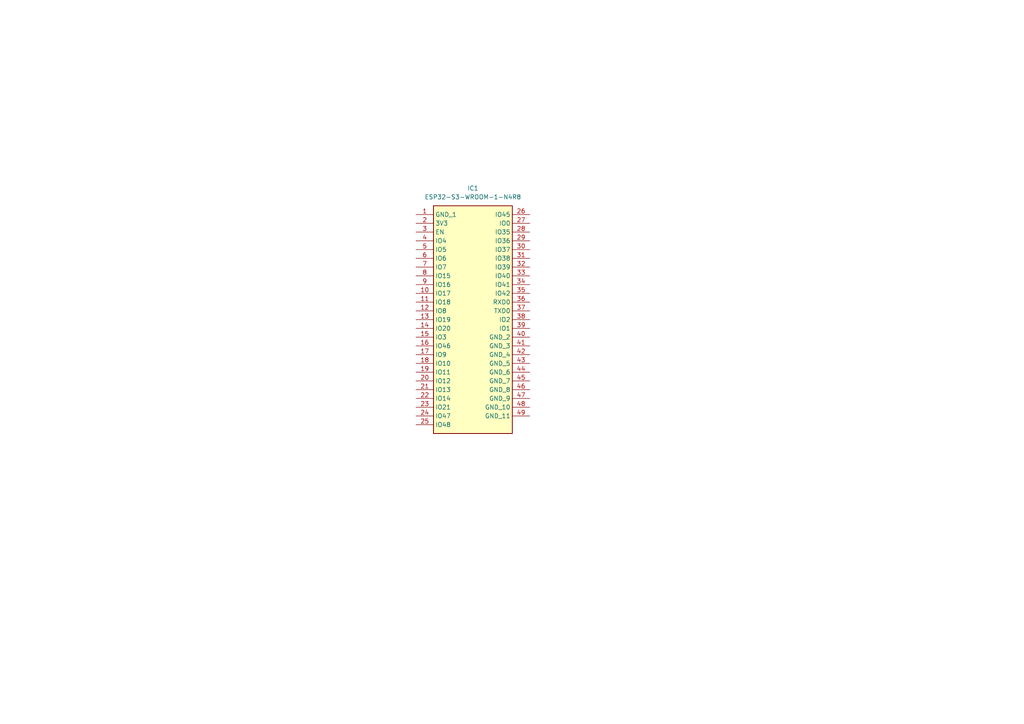
<source format=kicad_sch>
(kicad_sch (version 20250114) (generator "eeschema") (generator_version "9.0")
  (paper "A4")
  (lib_symbols
    (symbol "ESP32-S3-WROOM-1-N4R8:ESP32-S3-WROOM-1-N4R8"
      (property "Reference" "IC" (at 29.21 7.62 0))
      (property "Value" "ESP32-S3-WROOM-1-N4R8" (at 29.21 5.08 0))
      (symbol "ESP32-S3-WROOM-1-N4R8_1_1"
        (rectangle (start 5.08 2.54) (end 27.94 -63.5) (stroke (width 0.254)) (fill (type background)))
        (pin passive line (at 0 0 0) (length 5.08) (name "GND_1") (number "1"))
        (pin passive line (at 0 -2.54 0) (length 5.08) (name "3V3") (number "2"))
        (pin passive line (at 0 -5.08 0) (length 5.08) (name "EN") (number "3"))
        (pin passive line (at 0 -7.62 0) (length 5.08) (name "IO4") (number "4"))
        (pin passive line (at 0 -10.16 0) (length 5.08) (name "IO5") (number "5"))
        (pin passive line (at 0 -12.7 0) (length 5.08) (name "IO6") (number "6"))
        (pin passive line (at 0 -15.24 0) (length 5.08) (name "IO7") (number "7"))
        (pin passive line (at 0 -17.78 0) (length 5.08) (name "IO15") (number "8"))
        (pin passive line (at 0 -20.32 0) (length 5.08) (name "IO16") (number "9"))
        (pin passive line (at 0 -22.86 0) (length 5.08) (name "IO17") (number "10"))
        (pin passive line (at 0 -25.4 0) (length 5.08) (name "IO18") (number "11"))
        (pin passive line (at 0 -27.94 0) (length 5.08) (name "IO8") (number "12"))
        (pin passive line (at 0 -30.48 0) (length 5.08) (name "IO19") (number "13"))
        (pin passive line (at 0 -33.02 0) (length 5.08) (name "IO20") (number "14"))
        (pin passive line (at 0 -35.56 0) (length 5.08) (name "IO3") (number "15"))
        (pin passive line (at 0 -38.1 0) (length 5.08) (name "IO46") (number "16"))
        (pin passive line (at 0 -40.64 0) (length 5.08) (name "IO9") (number "17"))
        (pin passive line (at 0 -43.18 0) (length 5.08) (name "IO10") (number "18"))
        (pin passive line (at 0 -45.72 0) (length 5.08) (name "IO11") (number "19"))
        (pin passive line (at 0 -48.26 0) (length 5.08) (name "IO12") (number "20"))
        (pin passive line (at 0 -50.8 0) (length 5.08) (name "IO13") (number "21"))
        (pin passive line (at 0 -53.34 0) (length 5.08) (name "IO14") (number "22"))
        (pin passive line (at 0 -55.88 0) (length 5.08) (name "IO21") (number "23"))
        (pin passive line (at 0 -58.42 0) (length 5.08) (name "IO47") (number "24"))
        (pin passive line (at 0 -60.96 0) (length 5.08) (name "IO48") (number "25"))
        (pin passive line (at 33.02 0 180) (length 5.08) (name "IO45") (number "26"))
        (pin passive line (at 33.02 -2.54 180) (length 5.08) (name "IO0") (number "27"))
        (pin passive line (at 33.02 -5.08 180) (length 5.08) (name "IO35") (number "28"))
        (pin passive line (at 33.02 -7.62 180) (length 5.08) (name "IO36") (number "29"))
        (pin passive line (at 33.02 -10.16 180) (length 5.08) (name "IO37") (number "30"))
        (pin passive line (at 33.02 -12.7 180) (length 5.08) (name "IO38") (number "31"))
        (pin passive line (at 33.02 -15.24 180) (length 5.08) (name "IO39") (number "32"))
        (pin passive line (at 33.02 -17.78 180) (length 5.08) (name "IO40") (number "33"))
        (pin passive line (at 33.02 -20.32 180) (length 5.08) (name "IO41") (number "34"))
        (pin passive line (at 33.02 -22.86 180) (length 5.08) (name "IO42") (number "35"))
        (pin passive line (at 33.02 -25.4 180) (length 5.08) (name "RXD0") (number "36"))
        (pin passive line (at 33.02 -27.94 180) (length 5.08) (name "TXD0") (number "37"))
        (pin passive line (at 33.02 -30.48 180) (length 5.08) (name "IO2") (number "38"))
        (pin passive line (at 33.02 -33.02 180) (length 5.08) (name "IO1") (number "39"))
        (pin passive line (at 33.02 -35.56 180) (length 5.08) (name "GND_2") (number "40"))
        (pin passive line (at 33.02 -38.1 180) (length 5.08) (name "GND_3") (number "41"))
        (pin passive line (at 33.02 -40.64 180) (length 5.08) (name "GND_4") (number "42"))
        (pin passive line (at 33.02 -43.18 180) (length 5.08) (name "GND_5") (number "43"))
        (pin passive line (at 33.02 -45.72 180) (length 5.08) (name "GND_6") (number "44"))
        (pin passive line (at 33.02 -48.26 180) (length 5.08) (name "GND_7") (number "45"))
        (pin passive line (at 33.02 -50.8 180) (length 5.08) (name "GND_8") (number "46"))
        (pin passive line (at 33.02 -53.34 180) (length 5.08) (name "GND_9") (number "47"))
        (pin passive line (at 33.02 -55.88 180) (length 5.08) (name "GND_10") (number "48"))
        (pin passive line (at 33.02 -58.42 180) (length 5.08) (name "GND_11") (number "49"))
      )
    )
  )
  (symbol (lib_id "ESP32-S3-WROOM-1-N4R8:ESP32-S3-WROOM-1-N4R8") (at 120.65 62.23 0) (unit 1)
    (property "Reference" "IC1" (at 137.16 54.61 0))
    (property "Value" "ESP32-S3-WROOM-1-N4R8" (at 137.16 57.15 0))
    (property "Footprint" "ESP32-S3-WROOM-1-N4R8:ESP32S3WROOM1N4R8" (effects (hide yes)))
    (property "Datasheet" "https://www.espressif.com/sites/default/files/documentation/esp32-s3-wroom-1_wroom-1u_datasheet_en.pdf" (effects (hide yes)))
    (property "Description" "Bluetooth, WiFi 802.11b/g/n, Bluetooth v5.0 Transceiver Module 2.4GHz PCB Trace Surface Mount , 3V ~ 3.6V , 95mA ~ 97mA , -40C ~ 65C (TA)" (effects (hide yes)))
    (property "Height" "3.25" (effects (hide yes)))
    (property "Mouser Part Number" "356-ESP32S3WROM1N4R8" (effects (hide yes)))
    (property "Mouser Price/Stock" "https://www.mouser.co.uk/ProductDetail/Espressif-Systems/ESP32-S3-WROOM-1-N4R8?qs=Li%252BoUPsLEnsFpZnU9mcr%2FQ%3D%3D" (effects (hide yes)))
    (property "Manufacturer_Name" "Espressif Systems" (effects (hide yes)))
    (property "Manufacturer_Part_Number" "ESP32-S3-WROOM-1-N4R8" (effects (hide yes)))
  )
)
</source>
